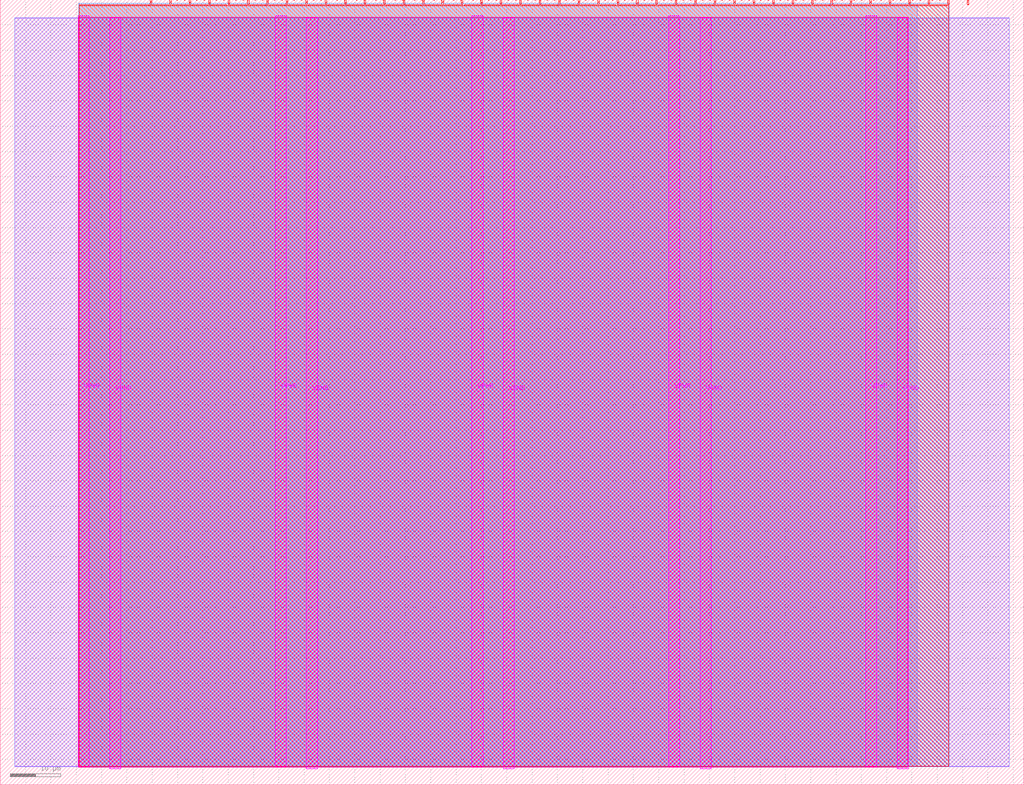
<source format=lef>
VERSION 5.7 ;
  NOWIREEXTENSIONATPIN ON ;
  DIVIDERCHAR "/" ;
  BUSBITCHARS "[]" ;
MACRO tt_um_wokwi_455291845594899457
  CLASS BLOCK ;
  FOREIGN tt_um_wokwi_455291845594899457 ;
  ORIGIN 0.000 0.000 ;
  SIZE 202.080 BY 154.980 ;
  PIN VGND
    DIRECTION INOUT ;
    USE GROUND ;
    PORT
      LAYER TopMetal1 ;
        RECT 21.580 3.150 23.780 151.420 ;
    END
    PORT
      LAYER TopMetal1 ;
        RECT 60.450 3.150 62.650 151.420 ;
    END
    PORT
      LAYER TopMetal1 ;
        RECT 99.320 3.150 101.520 151.420 ;
    END
    PORT
      LAYER TopMetal1 ;
        RECT 138.190 3.150 140.390 151.420 ;
    END
    PORT
      LAYER TopMetal1 ;
        RECT 177.060 3.150 179.260 151.420 ;
    END
  END VGND
  PIN VPWR
    DIRECTION INOUT ;
    USE POWER ;
    PORT
      LAYER TopMetal1 ;
        RECT 15.380 3.560 17.580 151.830 ;
    END
    PORT
      LAYER TopMetal1 ;
        RECT 54.250 3.560 56.450 151.830 ;
    END
    PORT
      LAYER TopMetal1 ;
        RECT 93.120 3.560 95.320 151.830 ;
    END
    PORT
      LAYER TopMetal1 ;
        RECT 131.990 3.560 134.190 151.830 ;
    END
    PORT
      LAYER TopMetal1 ;
        RECT 170.860 3.560 173.060 151.830 ;
    END
  END VPWR
  PIN clk
    DIRECTION INPUT ;
    USE SIGNAL ;
    ANTENNAGATEAREA 0.725400 ;
    PORT
      LAYER Metal4 ;
        RECT 187.050 153.980 187.350 154.980 ;
    END
  END clk
  PIN ena
    DIRECTION INPUT ;
    USE SIGNAL ;
    PORT
      LAYER Metal4 ;
        RECT 190.890 153.980 191.190 154.980 ;
    END
  END ena
  PIN rst_n
    DIRECTION INPUT ;
    USE SIGNAL ;
    PORT
      LAYER Metal4 ;
        RECT 183.210 153.980 183.510 154.980 ;
    END
  END rst_n
  PIN ui_in[0]
    DIRECTION INPUT ;
    USE SIGNAL ;
    ANTENNAGATEAREA 0.180700 ;
    PORT
      LAYER Metal4 ;
        RECT 179.370 153.980 179.670 154.980 ;
    END
  END ui_in[0]
  PIN ui_in[1]
    DIRECTION INPUT ;
    USE SIGNAL ;
    PORT
      LAYER Metal4 ;
        RECT 175.530 153.980 175.830 154.980 ;
    END
  END ui_in[1]
  PIN ui_in[2]
    DIRECTION INPUT ;
    USE SIGNAL ;
    PORT
      LAYER Metal4 ;
        RECT 171.690 153.980 171.990 154.980 ;
    END
  END ui_in[2]
  PIN ui_in[3]
    DIRECTION INPUT ;
    USE SIGNAL ;
    PORT
      LAYER Metal4 ;
        RECT 167.850 153.980 168.150 154.980 ;
    END
  END ui_in[3]
  PIN ui_in[4]
    DIRECTION INPUT ;
    USE SIGNAL ;
    PORT
      LAYER Metal4 ;
        RECT 164.010 153.980 164.310 154.980 ;
    END
  END ui_in[4]
  PIN ui_in[5]
    DIRECTION INPUT ;
    USE SIGNAL ;
    PORT
      LAYER Metal4 ;
        RECT 160.170 153.980 160.470 154.980 ;
    END
  END ui_in[5]
  PIN ui_in[6]
    DIRECTION INPUT ;
    USE SIGNAL ;
    PORT
      LAYER Metal4 ;
        RECT 156.330 153.980 156.630 154.980 ;
    END
  END ui_in[6]
  PIN ui_in[7]
    DIRECTION INPUT ;
    USE SIGNAL ;
    ANTENNAGATEAREA 0.180700 ;
    PORT
      LAYER Metal4 ;
        RECT 152.490 153.980 152.790 154.980 ;
    END
  END ui_in[7]
  PIN uio_in[0]
    DIRECTION INPUT ;
    USE SIGNAL ;
    PORT
      LAYER Metal4 ;
        RECT 148.650 153.980 148.950 154.980 ;
    END
  END uio_in[0]
  PIN uio_in[1]
    DIRECTION INPUT ;
    USE SIGNAL ;
    PORT
      LAYER Metal4 ;
        RECT 144.810 153.980 145.110 154.980 ;
    END
  END uio_in[1]
  PIN uio_in[2]
    DIRECTION INPUT ;
    USE SIGNAL ;
    PORT
      LAYER Metal4 ;
        RECT 140.970 153.980 141.270 154.980 ;
    END
  END uio_in[2]
  PIN uio_in[3]
    DIRECTION INPUT ;
    USE SIGNAL ;
    PORT
      LAYER Metal4 ;
        RECT 137.130 153.980 137.430 154.980 ;
    END
  END uio_in[3]
  PIN uio_in[4]
    DIRECTION INPUT ;
    USE SIGNAL ;
    PORT
      LAYER Metal4 ;
        RECT 133.290 153.980 133.590 154.980 ;
    END
  END uio_in[4]
  PIN uio_in[5]
    DIRECTION INPUT ;
    USE SIGNAL ;
    PORT
      LAYER Metal4 ;
        RECT 129.450 153.980 129.750 154.980 ;
    END
  END uio_in[5]
  PIN uio_in[6]
    DIRECTION INPUT ;
    USE SIGNAL ;
    PORT
      LAYER Metal4 ;
        RECT 125.610 153.980 125.910 154.980 ;
    END
  END uio_in[6]
  PIN uio_in[7]
    DIRECTION INPUT ;
    USE SIGNAL ;
    PORT
      LAYER Metal4 ;
        RECT 121.770 153.980 122.070 154.980 ;
    END
  END uio_in[7]
  PIN uio_oe[0]
    DIRECTION OUTPUT ;
    USE SIGNAL ;
    ANTENNADIFFAREA 0.299200 ;
    PORT
      LAYER Metal4 ;
        RECT 56.490 153.980 56.790 154.980 ;
    END
  END uio_oe[0]
  PIN uio_oe[1]
    DIRECTION OUTPUT ;
    USE SIGNAL ;
    ANTENNADIFFAREA 0.299200 ;
    PORT
      LAYER Metal4 ;
        RECT 52.650 153.980 52.950 154.980 ;
    END
  END uio_oe[1]
  PIN uio_oe[2]
    DIRECTION OUTPUT ;
    USE SIGNAL ;
    ANTENNADIFFAREA 0.299200 ;
    PORT
      LAYER Metal4 ;
        RECT 48.810 153.980 49.110 154.980 ;
    END
  END uio_oe[2]
  PIN uio_oe[3]
    DIRECTION OUTPUT ;
    USE SIGNAL ;
    ANTENNADIFFAREA 0.299200 ;
    PORT
      LAYER Metal4 ;
        RECT 44.970 153.980 45.270 154.980 ;
    END
  END uio_oe[3]
  PIN uio_oe[4]
    DIRECTION OUTPUT ;
    USE SIGNAL ;
    ANTENNADIFFAREA 0.299200 ;
    PORT
      LAYER Metal4 ;
        RECT 41.130 153.980 41.430 154.980 ;
    END
  END uio_oe[4]
  PIN uio_oe[5]
    DIRECTION OUTPUT ;
    USE SIGNAL ;
    ANTENNADIFFAREA 0.299200 ;
    PORT
      LAYER Metal4 ;
        RECT 37.290 153.980 37.590 154.980 ;
    END
  END uio_oe[5]
  PIN uio_oe[6]
    DIRECTION OUTPUT ;
    USE SIGNAL ;
    ANTENNADIFFAREA 0.299200 ;
    PORT
      LAYER Metal4 ;
        RECT 33.450 153.980 33.750 154.980 ;
    END
  END uio_oe[6]
  PIN uio_oe[7]
    DIRECTION OUTPUT ;
    USE SIGNAL ;
    ANTENNADIFFAREA 0.299200 ;
    PORT
      LAYER Metal4 ;
        RECT 29.610 153.980 29.910 154.980 ;
    END
  END uio_oe[7]
  PIN uio_out[0]
    DIRECTION OUTPUT ;
    USE SIGNAL ;
    ANTENNADIFFAREA 0.299200 ;
    PORT
      LAYER Metal4 ;
        RECT 87.210 153.980 87.510 154.980 ;
    END
  END uio_out[0]
  PIN uio_out[1]
    DIRECTION OUTPUT ;
    USE SIGNAL ;
    ANTENNADIFFAREA 0.299200 ;
    PORT
      LAYER Metal4 ;
        RECT 83.370 153.980 83.670 154.980 ;
    END
  END uio_out[1]
  PIN uio_out[2]
    DIRECTION OUTPUT ;
    USE SIGNAL ;
    ANTENNADIFFAREA 0.299200 ;
    PORT
      LAYER Metal4 ;
        RECT 79.530 153.980 79.830 154.980 ;
    END
  END uio_out[2]
  PIN uio_out[3]
    DIRECTION OUTPUT ;
    USE SIGNAL ;
    ANTENNADIFFAREA 0.299200 ;
    PORT
      LAYER Metal4 ;
        RECT 75.690 153.980 75.990 154.980 ;
    END
  END uio_out[3]
  PIN uio_out[4]
    DIRECTION OUTPUT ;
    USE SIGNAL ;
    ANTENNADIFFAREA 0.299200 ;
    PORT
      LAYER Metal4 ;
        RECT 71.850 153.980 72.150 154.980 ;
    END
  END uio_out[4]
  PIN uio_out[5]
    DIRECTION OUTPUT ;
    USE SIGNAL ;
    ANTENNADIFFAREA 0.299200 ;
    PORT
      LAYER Metal4 ;
        RECT 68.010 153.980 68.310 154.980 ;
    END
  END uio_out[5]
  PIN uio_out[6]
    DIRECTION OUTPUT ;
    USE SIGNAL ;
    ANTENNADIFFAREA 0.299200 ;
    PORT
      LAYER Metal4 ;
        RECT 64.170 153.980 64.470 154.980 ;
    END
  END uio_out[6]
  PIN uio_out[7]
    DIRECTION OUTPUT ;
    USE SIGNAL ;
    ANTENNADIFFAREA 0.299200 ;
    PORT
      LAYER Metal4 ;
        RECT 60.330 153.980 60.630 154.980 ;
    END
  END uio_out[7]
  PIN uo_out[0]
    DIRECTION OUTPUT ;
    USE SIGNAL ;
    ANTENNADIFFAREA 0.708600 ;
    PORT
      LAYER Metal4 ;
        RECT 117.930 153.980 118.230 154.980 ;
    END
  END uo_out[0]
  PIN uo_out[1]
    DIRECTION OUTPUT ;
    USE SIGNAL ;
    ANTENNADIFFAREA 0.299200 ;
    PORT
      LAYER Metal4 ;
        RECT 114.090 153.980 114.390 154.980 ;
    END
  END uo_out[1]
  PIN uo_out[2]
    DIRECTION OUTPUT ;
    USE SIGNAL ;
    ANTENNADIFFAREA 0.299200 ;
    PORT
      LAYER Metal4 ;
        RECT 110.250 153.980 110.550 154.980 ;
    END
  END uo_out[2]
  PIN uo_out[3]
    DIRECTION OUTPUT ;
    USE SIGNAL ;
    ANTENNADIFFAREA 0.299200 ;
    PORT
      LAYER Metal4 ;
        RECT 106.410 153.980 106.710 154.980 ;
    END
  END uo_out[3]
  PIN uo_out[4]
    DIRECTION OUTPUT ;
    USE SIGNAL ;
    ANTENNADIFFAREA 0.299200 ;
    PORT
      LAYER Metal4 ;
        RECT 102.570 153.980 102.870 154.980 ;
    END
  END uo_out[4]
  PIN uo_out[5]
    DIRECTION OUTPUT ;
    USE SIGNAL ;
    ANTENNADIFFAREA 0.299200 ;
    PORT
      LAYER Metal4 ;
        RECT 98.730 153.980 99.030 154.980 ;
    END
  END uo_out[5]
  PIN uo_out[6]
    DIRECTION OUTPUT ;
    USE SIGNAL ;
    ANTENNADIFFAREA 0.299200 ;
    PORT
      LAYER Metal4 ;
        RECT 94.890 153.980 95.190 154.980 ;
    END
  END uo_out[6]
  PIN uo_out[7]
    DIRECTION OUTPUT ;
    USE SIGNAL ;
    ANTENNADIFFAREA 0.299200 ;
    PORT
      LAYER Metal4 ;
        RECT 91.050 153.980 91.350 154.980 ;
    END
  END uo_out[7]
  OBS
      LAYER GatPoly ;
        RECT 2.880 3.630 199.200 151.350 ;
      LAYER Metal1 ;
        RECT 2.880 3.560 199.200 151.420 ;
      LAYER Metal2 ;
        RECT 15.560 3.635 181.065 154.285 ;
      LAYER Metal3 ;
        RECT 15.515 3.680 187.345 154.240 ;
      LAYER Metal4 ;
        RECT 15.560 153.770 29.400 153.980 ;
        RECT 30.120 153.770 33.240 153.980 ;
        RECT 33.960 153.770 37.080 153.980 ;
        RECT 37.800 153.770 40.920 153.980 ;
        RECT 41.640 153.770 44.760 153.980 ;
        RECT 45.480 153.770 48.600 153.980 ;
        RECT 49.320 153.770 52.440 153.980 ;
        RECT 53.160 153.770 56.280 153.980 ;
        RECT 57.000 153.770 60.120 153.980 ;
        RECT 60.840 153.770 63.960 153.980 ;
        RECT 64.680 153.770 67.800 153.980 ;
        RECT 68.520 153.770 71.640 153.980 ;
        RECT 72.360 153.770 75.480 153.980 ;
        RECT 76.200 153.770 79.320 153.980 ;
        RECT 80.040 153.770 83.160 153.980 ;
        RECT 83.880 153.770 87.000 153.980 ;
        RECT 87.720 153.770 90.840 153.980 ;
        RECT 91.560 153.770 94.680 153.980 ;
        RECT 95.400 153.770 98.520 153.980 ;
        RECT 99.240 153.770 102.360 153.980 ;
        RECT 103.080 153.770 106.200 153.980 ;
        RECT 106.920 153.770 110.040 153.980 ;
        RECT 110.760 153.770 113.880 153.980 ;
        RECT 114.600 153.770 117.720 153.980 ;
        RECT 118.440 153.770 121.560 153.980 ;
        RECT 122.280 153.770 125.400 153.980 ;
        RECT 126.120 153.770 129.240 153.980 ;
        RECT 129.960 153.770 133.080 153.980 ;
        RECT 133.800 153.770 136.920 153.980 ;
        RECT 137.640 153.770 140.760 153.980 ;
        RECT 141.480 153.770 144.600 153.980 ;
        RECT 145.320 153.770 148.440 153.980 ;
        RECT 149.160 153.770 152.280 153.980 ;
        RECT 153.000 153.770 156.120 153.980 ;
        RECT 156.840 153.770 159.960 153.980 ;
        RECT 160.680 153.770 163.800 153.980 ;
        RECT 164.520 153.770 167.640 153.980 ;
        RECT 168.360 153.770 171.480 153.980 ;
        RECT 172.200 153.770 175.320 153.980 ;
        RECT 176.040 153.770 179.160 153.980 ;
        RECT 179.880 153.770 183.000 153.980 ;
        RECT 183.720 153.770 186.840 153.980 ;
        RECT 15.560 3.635 187.300 153.770 ;
      LAYER Metal5 ;
        RECT 15.515 3.470 179.125 151.510 ;
  END
END tt_um_wokwi_455291845594899457
END LIBRARY


</source>
